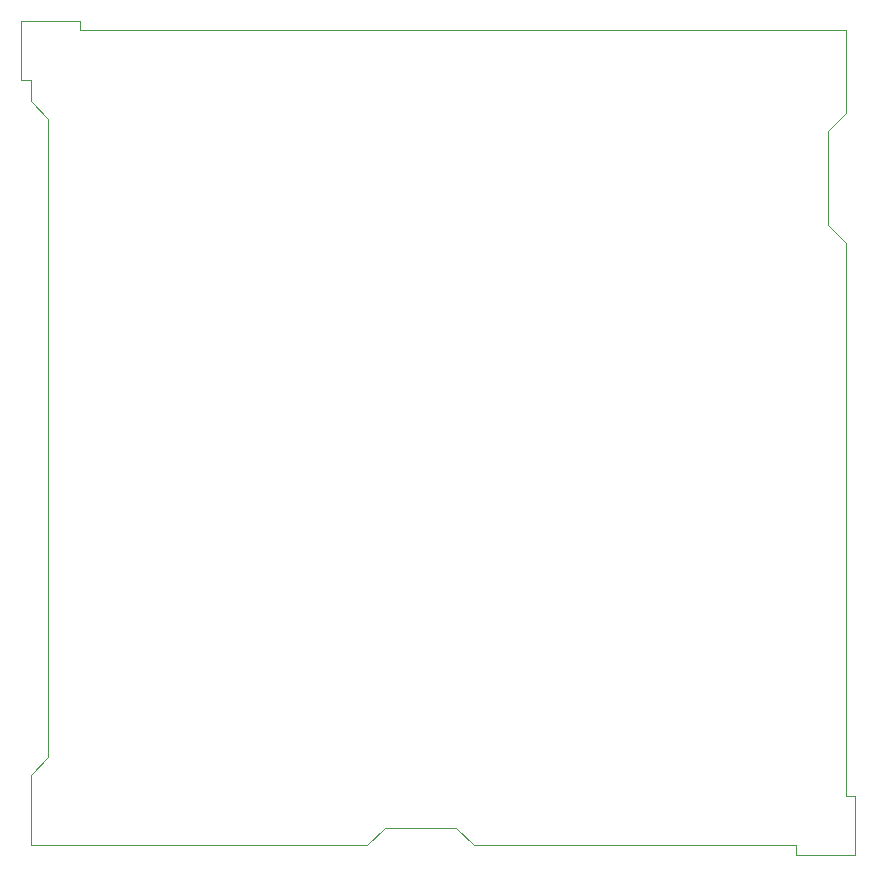
<source format=gbr>
%TF.GenerationSoftware,KiCad,Pcbnew,9.0.2*%
%TF.CreationDate,2025-05-16T17:46:15+03:00*%
%TF.ProjectId,Project_PCB,50726f6a-6563-4745-9f50-43422e6b6963,0*%
%TF.SameCoordinates,Original*%
%TF.FileFunction,Profile,NP*%
%FSLAX46Y46*%
G04 Gerber Fmt 4.6, Leading zero omitted, Abs format (unit mm)*
G04 Created by KiCad (PCBNEW 9.0.2) date 2025-05-16 17:46:15*
%MOMM*%
%LPD*%
G01*
G04 APERTURE LIST*
%TA.AperFunction,Profile*%
%ADD10C,0.050000*%
%TD*%
G04 APERTURE END LIST*
D10*
X4600000Y0D02*
X69000000Y0D01*
X28500000Y-69000000D02*
X26000000Y-69000000D01*
X64800000Y-69800000D02*
X64800000Y-69000000D01*
X64800000Y-69000000D02*
X62000000Y-69000000D01*
X30000000Y-67500000D02*
X28500000Y-69000000D01*
X0Y-6000000D02*
X1500000Y-7500000D01*
X69800000Y-69800000D02*
X64800000Y-69800000D01*
X69800000Y-69000000D02*
X69800000Y-69800000D01*
X4200000Y0D02*
X4600000Y0D01*
X1500000Y-44500000D02*
X1500000Y-61500000D01*
X26000000Y-69000000D02*
X25000000Y-69000000D01*
X4200000Y800000D02*
X4200000Y0D01*
X37500000Y-69000000D02*
X36000000Y-67500000D01*
X69000000Y0D02*
X69000000Y-7000000D01*
X67500000Y-8500000D02*
X67500000Y-16500000D01*
X51000000Y-69000000D02*
X37500000Y-69000000D01*
X51000000Y-69000000D02*
X62000000Y-69000000D01*
X0Y-4200000D02*
X0Y-6000000D01*
X0Y-63000000D02*
X0Y-69000000D01*
X0Y-4200000D02*
X-800000Y-4200000D01*
X36000000Y-67500000D02*
X30000000Y-67500000D01*
X67500000Y-16500000D02*
X69000000Y-18000000D01*
X-800000Y-4200000D02*
X-800000Y800000D01*
X69000000Y-64800000D02*
X69000000Y-18000000D01*
X1500000Y-7500000D02*
X1500000Y-44500000D01*
X69800000Y-64800000D02*
X69000000Y-64800000D01*
X25000000Y-69000000D02*
X0Y-69000000D01*
X-800000Y800000D02*
X4200000Y800000D01*
X69000000Y-7000000D02*
X67500000Y-8500000D01*
X1500000Y-61500000D02*
X0Y-63000000D01*
X69800000Y-69000000D02*
X69800000Y-64800000D01*
M02*

</source>
